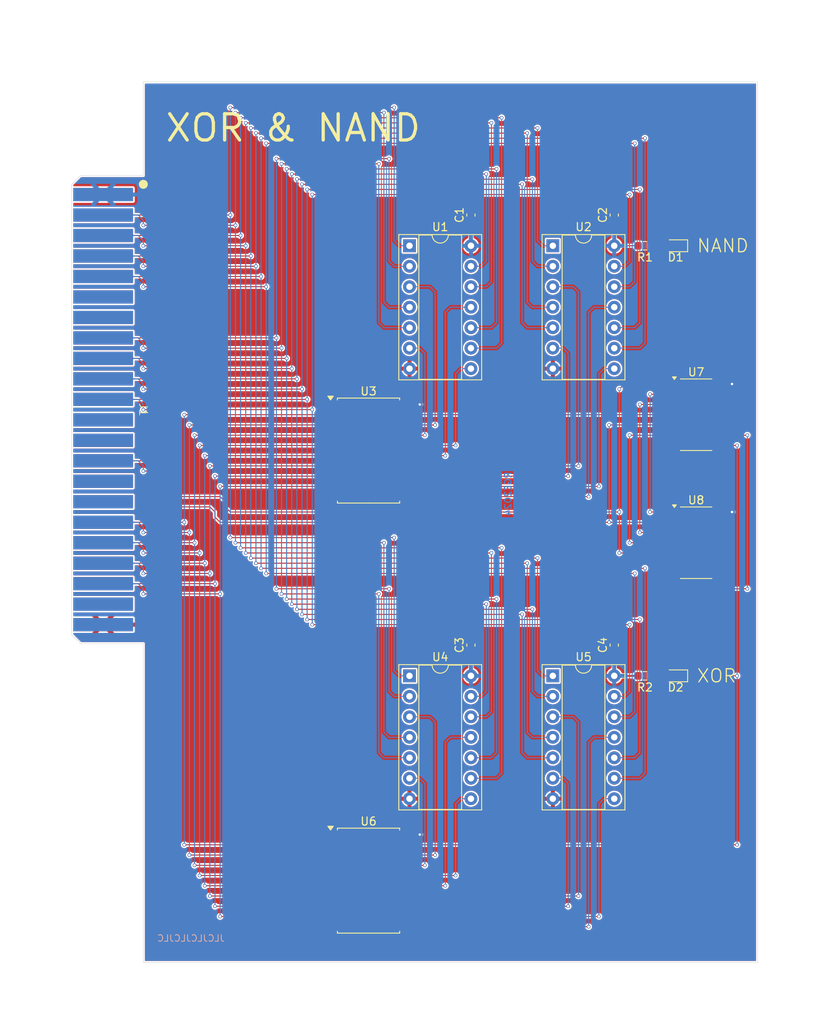
<source format=kicad_pcb>
(kicad_pcb (version 20240108) (generator "pcbnew") (generator_version "8.0")
  (layers (0 "F.Cu" signal) (31 "B.Cu" signal) (34 "B.Paste" user) (35 "F.Paste" user) (36 "B.SilkS" user "B.Silkscreen") (37 "F.SilkS" user "F.Silkscreen") (38 "B.Mask" user) (39 "F.Mask" user) (44 "Edge.Cuts" user))
  (net 0 "")
  (net 1 "+5V")
  (net 2 "GND")
  (net 3 "Net-(D1-A)")
  (net 4 "/NAND/~{Enable}")
  (net 5 "/XOR/~{Enable}")
  (net 6 "Net-(D2-A)")
  (net 8 "/NAND/A2")
  (net 9 "/NAND/A4")
  (net 11 "/NAND/A1")
  (net 13 "/NAND/B4")
  (net 14 "/NAND/C4")
  (net 15 "/NAND/C5")
  (net 17 "/~{XOR}")
  (net 18 "/NAND/C7")
  (net 20 "/NAND/B5")
  (net 23 "/NAND/C2")
  (net 24 "/NAND/B7")
  (net 26 "/NAND/A0")
  (net 27 "/NAND/C3")
  (net 28 "/NAND/C1")
  (net 30 "/NAND/C0")
  (net 31 "/~{NAND}")
  (net 32 "/NAND/B6")
  (net 35 "/NAND/A7")
  (net 36 "/NAND/B0")
  (net 37 "/NAND/C6")
  (net 38 "/NAND/B1")
  (net 39 "/NAND/A6")
  (net 40 "/NAND/A5")
  (net 44 "/NAND/B3")
  (net 45 "/NAND/A3")
  (net 47 "/NAND/B2")
  (net 49 "Net-(U3-B0)")
  (net 50 "Net-(U3-B1)")
  (net 51 "Net-(U3-B3)")
  (net 52 "Net-(U3-B2)")
  (net 53 "Net-(U3-B5)")
  (net 54 "Net-(U3-B6)")
  (net 55 "Net-(U3-B4)")
  (net 56 "Net-(U3-B7)")
  (net 57 "Net-(U6-B1)")
  (net 58 "Net-(U6-B0)")
  (net 59 "Net-(U6-B2)")
  (net 60 "Net-(U6-B3)")
  (net 61 "Net-(U6-B4)")
  (net 62 "Net-(U6-B5)")
  (net 63 "Net-(U6-B7)")
  (net 64 "Net-(U6-B6)")
  (net 65 "Net-(U7-Pad2)")
  (net 66 "Net-(U7-Pad9)")
  (net 68 "Net-(U7-Pad3)")
  (net 70 "Net-(U7-Pad6)")
  (footprint "LED_SMD:LED_0603_1608Metric" (layer "F.Cu") (at 104.14 55.88 180)
    (property "Reference" "D1")
    (property "Value" "Blue")
  )
  (footprint "Capacitor_SMD:C_0603_1608Metric" (layer "F.Cu") (at 78.74 52.07 90)
    (property "Reference" "C1")
    (property "Value" "C")
  )
  (footprint "Package_SO:SOIC-14_3.9x8.7mm_P1.27mm" (layer "F.Cu") (at 106.68 92.71)
    (property "Reference" "U8")
    (property "Value" "74HC08")
  )
  (footprint "Package_DIP:DIP-14_W7.62mm_Socket" (layer "F.Cu") (at 71.12 109.22)
    (property "Reference" "U4")
    (property "Value" "74HC86")
  )
  (footprint "Package_SO:SOIC-20W_7.5x12.8mm_P1.27mm" (layer "F.Cu") (at 66.04 134.62)
    (property "Reference" "U6")
    (property "Value" "74HC245")
  )
  (footprint "Package_SO:SOIC-20W_7.5x12.8mm_P1.27mm" (layer "F.Cu") (at 66.04 81.28)
    (property "Reference" "U3")
    (property "Value" "74HC245")
  )
  (footprint "Resistor_SMD:R_0603_1608Metric" (layer "F.Cu") (at 100.33 109.22 180)
    (property "Reference" "R2")
    (property "Value" "4k7")
  )
  (footprint "Capacitor_SMD:C_0603_1608Metric" (layer "F.Cu") (at 96.52 105.41 90)
    (property "Reference" "C4")
    (property "Value" "C")
  )
  (footprint "Package_DIP:DIP-14_W7.62mm_Socket" (layer "F.Cu") (at 88.9 109.22)
    (property "Reference" "U5")
    (property "Value" "74HC86")
  )
  (footprint "Package_DIP:DIP-14_W7.62mm_Socket" (layer "F.Cu") (at 88.9 55.88)
    (property "Reference" "U2")
    (property "Value" "74HC00")
  )
  (footprint "Capacitor_SMD:C_0603_1608Metric" (layer "F.Cu") (at 96.52 52.07 90)
    (property "Reference" "C2")
    (property "Value" "C")
  )
  (footprint "BoardEdgeConnectors:TE-5530843-4-Edge" (layer "F.Cu") (at 33.02 76.2 -90)
    (property "Reference" "J1")
    (property "Value" "~")
    (fp_line (start -27.94 3.81) (end 27.94 3.81) (stroke (width 0.05)) (layer "Edge.Cuts"))
    (fp_line (start -27.94 3.81) (end -29.0322 2.7178) (stroke (width 0.05)) (layer "Edge.Cuts"))
    (fp_line (start 27.94 3.81) (end 29.0322 2.7178) (stroke (width 0.05)) (layer "Edge.Cuts"))
    (fp_line (start -29.0322 2.7178) (end -29.0322 -5.08) (stroke (width 0.05)) (layer "Edge.Cuts"))
    (fp_line (start -29.0322 -5.08) (end -33.02 -5.08) (stroke (width 0.05)) (layer "Edge.Cuts"))
    (fp_line (start 29.0322 -5.08) (end 29.0322 2.7178) (stroke (width 0.05)) (layer "Edge.Cuts"))
    (fp_line (start 31.75 -5.08) (end 29.0322 -5.08) (stroke (width 0.05)) (layer "Edge.Cuts"))
  )
  (footprint "Resistor_SMD:R_0603_1608Metric" (layer "F.Cu") (at 100.33 55.88 180)
    (property "Reference" "R1")
    (property "Value" "4k7")
  )
  (footprint "Capacitor_SMD:C_0603_1608Metric" (layer "F.Cu") (at 78.74 105.41 90)
    (property "Reference" "C3")
    (property "Value" "C")
  )
  (footprint "Package_DIP:DIP-14_W7.62mm_Socket" (layer "F.Cu") (at 71.12 55.88)
    (property "Reference" "U1")
    (property "Value" "74HC00")
  )
  (footprint "LED_SMD:LED_0603_1608Metric" (layer "F.Cu") (at 104.14 109.22 180)
    (property "Reference" "D2")
    (property "Value" "Blue")
  )
  (footprint "Package_SO:SOIC-14_3.9x8.7mm_P1.27mm" (layer "F.Cu") (at 106.68 76.835)
    (property "Reference" "U7")
    (property "Value" "74HC14")
  )
  (gr_line (start 38.1 107.95) (end 38.1 144.78) (stroke (width 0.05)) (layer "Edge.Cuts"))
  (gr_line (start 114.3 35.56) (end 38.1 35.56) (stroke (width 0.05)) (layer "Edge.Cuts"))
  (gr_line (start 38.1 35.56) (end 38.1 43.18) (stroke (width 0.05)) (layer "Edge.Cuts"))
  (gr_line (start 114.3 144.78) (end 114.3 35.56) (stroke (width 0.05)) (layer "Edge.Cuts"))
  (gr_line (start 38.1 144.78) (end 114.3 144.78) (stroke (width 0.05)) (layer "Edge.Cuts"))
  (gr_text "RGE2024" (at 83.82 83.82 90) (layer "B.Cu") (effects (font (size 0.8128 0.8128) (thickness 0.1524) (bold yes)) (justify left bottom mirror)))
  (gr_text "JLCJLCJLCJLC" (at 48.26 142.24 0) (layer "B.SilkS") (effects (font (size 0.8128 0.8128) (thickness 0.1016)) (justify left bottom mirror)))
  (gr_text "NAND" (at 106.68 55.88 0) (layer "F.SilkS") (effects (font (size 1.6256 1.6256) (thickness 0.1524)) (justify left)))
  (gr_text "XOR & NAND" (at 40.64 43.18 0) (layer "F.SilkS") (effects (font (size 3.2512 3.2512) (thickness 0.4064)) (justify left bottom)))
  (gr_text "XOR" (at 106.68 109.22 0) (layer "F.SilkS") (effects (font (size 1.6256 1.6256) (thickness 0.1524)) (justify left)))
  (segment (start 70.69 128.905) (end 72.39 128.905) (width 0.254) (layer "F.Cu") (net 1))
  (segment (start 96.52 55.88) (end 96.52 52.845) (width 0.254) (layer "F.Cu") (net 1))
  (segment (start 96.52 109.22) (end 96.52 106.185) (width 0.254) (layer "F.Cu") (net 1))
  (segment (start 109.155 88.9) (end 111.125 88.9) (width 0.254) (layer "F.Cu") (net 1))
  (segment (start 78.74 55.88) (end 78.74 52.845) (width 0.254) (layer "F.Cu") (net 1))
  (segment (start 78.74 109.22) (end 78.74 106.185) (width 0.254) (layer "F.Cu") (net 1))
  (segment (start 96.52 55.88) (end 99.505 55.88) (width 0.127) (layer "F.Cu") (net 1))
  (segment (start 109.155 73.025) (end 111.125 73.025) (width 0.254) (layer "F.Cu") (net 1))
  (segment (start 96.52 109.22) (end 99.505 109.22) (width 0.254) (layer "F.Cu") (net 1))
  (segment (start 70.69 75.565) (end 72.39 75.565) (width 0.254) (layer "F.Cu") (net 1))
  (via (at 72.39 75.565) (size 0.45) (drill 0.3) (layers "F.Cu" "B.Cu") (net 1))
  (via (at 72.39 128.905) (size 0.45) (drill 0.3) (layers "F.Cu" "B.Cu") (net 1))
  (via (at 111.125 88.9) (size 0.45) (drill 0.3) (layers "F.Cu" "B.Cu") (net 1))
  (via (at 111.125 73.025) (size 0.45) (drill 0.3) (layers "F.Cu" "B.Cu") (net 1))
  (segment (start 33.1216 49.53) (end 39.37 49.53) (width 0.508) (layer "B.Cu") (net 1))
  (segment (start 33.1216 102.87) (end 39.37 102.87) (width 0.508) (layer "F.Cu") (net 2))
  (segment (start 101.155 55.88) (end 103.3525 55.88) (width 0.127) (layer "F.Cu") (net 3))
  (segment (start 104.205 76.835) (end 106.045 76.835) (width 0.127) (layer "F.Cu") (net 4))
  (segment (start 70.69 76.835) (end 104.205 76.835) (width 0.127) (layer "F.Cu") (net 4))
  (segment (start 106.68 56.515) (end 106.045 55.88) (width 0.127) (layer "F.Cu") (net 4))
  (segment (start 106.68 76.2) (end 106.68 56.515) (width 0.127) (layer "F.Cu") (net 4))
  (segment (start 106.045 55.88) (end 104.9275 55.88) (width 0.127) (layer "F.Cu") (net 4))
  (segment (start 106.045 76.835) (end 106.68 76.2) (width 0.127) (layer "F.Cu") (net 4))
  (segment (start 109.155 80.645) (end 111.76 80.645) (width 0.127) (layer "F.Cu") (net 5))
  (segment (start 104.9275 109.22) (end 111.76 109.22) (width 0.127) (layer "F.Cu") (net 5))
  (segment (start 70.69 130.175) (end 111.76 130.175) (width 0.127) (layer "F.Cu") (net 5))
  (via (at 111.76 80.645) (size 0.45) (drill 0.3) (layers "F.Cu" "B.Cu") (net 5))
  (via (at 111.76 130.175) (size 0.45) (drill 0.3) (layers "F.Cu" "B.Cu") (net 5))
  (via (at 111.76 109.22) (size 0.45) (drill 0.3) (layers "F.Cu" "B.Cu") (net 5))
  (segment (start 111.76 80.645) (end 111.76 109.22) (width 0.127) (layer "B.Cu") (net 5))
  (segment (start 111.76 109.22) (end 111.76 130.175) (width 0.127) (layer "B.Cu") (net 5))
  (segment (start 101.155 109.22) (end 103.3525 109.22) (width 0.127) (layer "F.Cu") (net 6))
  (segment (start 57.15 93.345) (end 82.55 93.345) (width 0.127) (layer "F.Cu") (net 8))
  (segment (start 82.55 40.005) (end 50.165 40.005) (width 0.127) (layer "F.Cu") (net 8))
  (segment (start 57.15 93.345) (end 50.165 93.345) (width 0.127) (layer "F.Cu") (net 8))
  (segment (start 33.1216 54.61) (end 50.165 54.61) (width 0.127) (layer "F.Cu") (net 8))
  (via (at 50.165 40.005) (size 0.45) (drill 0.3) (layers "F.Cu" "B.Cu") (net 8))
  (via (at 50.165 54.61) (size 0.45) (drill 0.3) (layers "F.Cu" "B.Cu") (net 8))
  (via (at 82.55 40.005) (size 0.45) (drill 0.3) (layers "F.Cu" "B.Cu") (net 8))
  (via (at 82.55 93.345) (size 0.45) (drill 0.3) (layers "F.Cu" "B.Cu") (net 8))
  (via (at 50.165 93.345) (size 0.45) (drill 0.3) (layers "F.Cu" "B.Cu") (net 8))
  (segment (start 50.165 54.61) (end 50.165 40.005) (width 0.127) (layer "B.Cu") (net 8))
  (segment (start 78.74 68.58) (end 81.915 68.58) (width 0.127) (layer "B.Cu") (net 8))
  (segment (start 82.55 67.945) (end 82.55 40.005) (width 0.127) (layer "B.Cu") (net 8))
  (segment (start 82.55 121.285) (end 82.55 93.345) (width 0.127) (layer "B.Cu") (net 8))
  (segment (start 81.915 121.92) (end 82.55 121.285) (width 0.127) (layer "B.Cu") (net 8))
  (segment (start 78.74 121.92) (end 81.915 121.92) (width 0.127) (layer "B.Cu") (net 8))
  (segment (start 81.915 68.58) (end 82.55 67.945) (width 0.127) (layer "B.Cu") (net 8))
  (segment (start 50.165 93.345) (end 50.165 54.61) (width 0.127) (layer "B.Cu") (net 8))
  (segment (start 33.1216 57.15) (end 51.435 57.15) (width 0.127) (layer "F.Cu") (net 9))
  (segment (start 57.15 94.615) (end 51.435 94.615) (width 0.127) (layer "F.Cu") (net 9))
  (segment (start 57.15 94.615) (end 86.995 94.615) (width 0.127) (layer "F.Cu") (net 9))
  (segment (start 86.995 41.275) (end 51.435 41.275) (width 0.127) (layer "F.Cu") (net 9))
  (via (at 51.435 57.15) (size 0.45) (drill 0.3) (layers "F.Cu" "B.Cu") (net 9))
  (via (at 86.995 94.615) (size 0.45) (drill 0.3) (layers "F.Cu" "B.Cu") (net 9))
  (via (at 86.995 41.275) (size 0.45) (drill 0.3) (layers "F.Cu" "B.Cu") (net 9))
  (via (at 51.435 94.615) (size 0.45) (drill 0.3) (layers "F.Cu" "B.Cu") (net 9))
  (via (at 51.435 41.275) (size 0.45) (drill 0.3) (layers "F.Cu" "B.Cu") (net 9))
  (segment (start 86.995 108.585) (end 86.995 94.615) (width 0.127) (layer "B.Cu") (net 9))
  (segment (start 88.9 109.22) (end 87.63 109.22) (width 0.127) (layer "B.Cu") (net 9))
  (segment (start 51.435 57.15) (end 51.435 41.275) (width 0.127) (layer "B.Cu") (net 9))
  (segment (start 87.63 109.22) (end 86.995 108.585) (width 0.127) (layer "B.Cu") (net 9))
  (segment (start 51.435 94.615) (end 51.435 57.15) (width 0.127) (layer "B.Cu") (net 9))
  (segment (start 86.995 55.245) (end 87.63 55.88) (width 0.127) (layer "B.Cu") (net 9))
  (segment (start 87.63 55.88) (end 88.9 55.88) (width 0.127) (layer "B.Cu") (net 9))
  (segment (start 86.995 41.275) (end 86.995 55.245) (width 0.127) (layer "B.Cu") (net 9))
  (segment (start 49.53 53.34) (end 38.1 53.34) (width 0.127) (layer "F.Cu") (net 11))
  (segment (start 67.945 39.37) (end 49.53 39.37) (width 0.127) (layer "F.Cu") (net 11))
  (segment (start 57.15 92.71) (end 67.945 92.71) (width 0.127) (layer "F.Cu") (net 11))
  (segment (start 57.15 92.71) (end 49.53 92.71) (width 0.127) (layer "F.Cu") (net 11))
  (via (at 49.53 53.34) (size 0.45) (drill 0.3) (layers "F.Cu" "B.Cu") (net 11))
  (via (at 67.945 92.71) (size 0.45) (drill 0.3) (layers "F.Cu" "B.Cu") (net 11))
  (via (at 38.1 53.34) (size 0.45) (drill 0.3) (layers "F.Cu" "B.Cu") (net 11))
  (via (at 49.53 39.37) (size 0.45) (drill 0.3) (layers "F.Cu" "B.Cu") (net 11))
  (via (at 49.53 92.71) (size 0.45) (drill 0.3) (layers "F.Cu" "B.Cu") (net 11))
  (via (at 67.945 39.37) (size 0.45) (drill 0.3) (layers "F.Cu" "B.Cu") (net 11))
  (segment (start 67.945 116.205) (end 67.945 92.71) (width 0.127) (layer "B.Cu") (net 11))
  (segment (start 49.53 53.34) (end 49.53 39.37) (width 0.127) (layer "B.Cu") (net 11))
  (segment (start 33.1216 52.07) (end 37.465 52.07) (width 0.127) (layer "B.Cu") (net 11))
  (segment (start 71.12 63.5) (end 68.58 63.5) (width 0.127) (layer "B.Cu") (net 11))
  (segment (start 38.1 52.705) (end 38.1 53.34) (width 0.127) (layer "B.Cu") (net 11))
  (segment (start 67.945 62.865) (end 67.945 39.37) (width 0.127) (layer "B.Cu") (net 11))
  (segment (start 71.12 116.84) (end 68.58 116.84) (width 0.127) (layer "B.Cu") (net 11))
  (segment (start 37.465 52.07) (end 38.1 52.705) (width 0.127) (layer "B.Cu") (net 11))
  (segment (start 68.58 116.84) (end 67.945 116.205) (width 0.127) (layer "B.Cu") (net 11))
  (segment (start 49.53 92.71) (end 49.53 53.34) (width 0.127) (layer "B.Cu") (net 11))
  (segment (start 68.58 63.5) (end 67.945 62.865) (width 0.127) (layer "B.Cu") (net 11))
  (segment (start 69.85 47.625) (end 86.36 47.625) (width 0.127) (layer "F.Cu") (net 13))
  (segment (start 57.15 100.965) (end 86.36 100.965) (width 0.127) (layer "F.Cu") (net 13))
  (segment (start 69.85 47.625) (end 57.15 47.625) (width 0.127) (layer "F.Cu") (net 13))
  (segment (start 33.1216 72.39) (end 57.15 72.39) (width 0.127) (layer "F.Cu") (net 13))
  (via (at 86.36 47.625) (size 0.45) (drill 0.3) (layers "F.Cu" "B.Cu") (net 13))
  (via (at 57.15 72.39) (size 0.45) (drill 0.3) (layers "F.Cu" "B.Cu") (net 13))
  (via (at 57.15 100.965) (size 0.45) (drill 0.3) (layers "F.Cu" "B.Cu") (net 13))
  (via (at 86.36 100.965) (size 0.45) (drill 0.3) (layers "F.Cu" "B.Cu") (net 13))
  (via (at 57.15 47.625) (size 0.45) (drill 0.3) (layers "F.Cu" "B.Cu") (net 13))
  (segment (start 57.15 47.625) (end 57.15 72.39) (width 0.127) (layer "B.Cu") (net 13))
  (segment (start 86.36 57.785) (end 86.995 58.42) (width 0.127) (layer "B.Cu") (net 13))
  (segment (start 86.36 111.125) (end 86.36 100.965) (width 0.127) (layer "B.Cu") (net 13))
  (segment (start 57.15 72.39) (end 57.15 100.965) (width 0.127) (layer "B.Cu") (net 13))
  (segment (start 86.995 111.76) (end 86.36 111.125) (width 0.127) (layer "B.Cu") (net 13))
  (segment (start 86.995 58.42) (end 88.9 58.42) (width 0.127) (layer "B.Cu") (net 13))
  (segment (start 86.36 47.625) (end 86.36 57.785) (width 0.127) (layer "B.Cu") (net 13))
  (segment (start 88.9 111.76) (end 86.995 111.76) (width 0.127) (layer "B.Cu") (net 13))
  (segment (start 50.8 81.915) (end 45.72 81.915) (width 0.127) (layer "F.Cu") (net 14))
  (segment (start 61.39 135.255) (end 45.72 135.255) (width 0.127) (layer "F.Cu") (net 14))
  (segment (start 33.1216 95.25) (end 45.72 95.25) (width 0.127) (layer "F.Cu") (net 14))
  (segment (start 61.39 81.915) (end 50.8 81.915) (width 0.127) (layer "F.Cu") (net 14))
  (via (at 45.72 81.915) (size 0.45) (drill 0.3) (layers "F.Cu" "B.Cu") (net 14))
  (via (at 45.72 95.25) (size 0.45) (drill 0.3) (layers "F.Cu" "B.Cu") (net 14))
  (via (at 45.72 135.255) (size 0.45) (drill 0.3) (layers "F.Cu" "B.Cu") (net 14))
  (segment (start 45.72 95.25) (end 45.72 81.915) (width 0.127) (layer "B.Cu") (net 14))
  (segment (start 45.72 135.255) (end 45.72 95.25) (width 0.127) (layer "B.Cu") (net 14))
  (segment (start 61.39 136.525) (end 46.355 136.525) (width 0.127) (layer "F.Cu") (net 15))
  (segment (start 50.8 83.185) (end 46.355 83.185) (width 0.127) (layer "F.Cu") (net 15))
  (segment (start 46.355 96.52) (end 38.1 96.52) (width 0.127) (layer "F.Cu") (net 15))
  (segment (start 61.39 83.185) (end 50.8 83.185) (width 0.127) (layer "F.Cu") (net 15))
  (via (at 46.355 136.525) (size 0.45) (drill 0.3) (layers "F.Cu" "B.Cu") (net 15))
  (via (at 46.355 83.185) (size 0.45) (drill 0.3) (layers "F.Cu" "B.Cu") (net 15))
  (via (at 46.355 96.52) (size 0.45) (drill 0.3) (layers "F.Cu" "B.Cu") (net 15))
  (via (at 38.1 96.52) (size 0.45) (drill 0.3) (layers "F.Cu" "B.Cu") (net 15))
  (segment (start 46.355 96.52) (end 46.355 136.525) (width 0.127) (layer "B.Cu") (net 15))
  (segment (start 46.355 83.185) (end 46.355 96.52) (width 0.127) (layer "B.Cu") (net 15))
  (segment (start 33.1216 95.25) (end 37.465 95.25) (width 0.127) (layer "B.Cu") (net 15))
  (segment (start 37.465 95.25) (end 38.1 95.885) (width 0.127) (layer "B.Cu") (net 15))
  (segment (start 38.1 95.885) (end 38.1 96.52) (width 0.127) (layer "B.Cu") (net 15))
  (segment (start 40.64 84.455) (end 40.005 83.82) (width 0.127) (layer "F.Cu") (net 17))
  (segment (start 100.33 90.17) (end 95.885 90.17) (width 0.127) (layer "F.Cu") (net 17))
  (segment (start 40.64 85.09) (end 40.64 84.455) (width 0.127) (layer "F.Cu") (net 17))
  (segment (start 47.625 90.17) (end 46.99 89.535) (width 0.127) (layer "F.Cu") (net 17))
  (segment (start 104.205 78.105) (end 95.885 78.105) (width 0.127) (layer "F.Cu") (net 17))
  (segment (start 46.99 88.9) (end 46.355 88.265) (width 0.127) (layer "F.Cu") (net 17))
  (segment (start 76.2 90.17) (end 53.975 90.17) (width 0.127) (layer "F.Cu") (net 17))
  (segment (start 95.885 90.17) (end 76.2 90.17) (width 0.127) (layer "F.Cu") (net 17))
  (segment (start 46.355 88.265) (end 41.275 88.265) (width 0.127) (layer "F.Cu") (net 17))
  (segment (start 41.275 88.265) (end 40.64 87.63) (width 0.127) (layer "F.Cu") (net 17))
  (segment (start 53.975 90.17) (end 47.625 90.17) (width 0.127) (layer "F.Cu") (net 17))
  (segment (start 46.99 89.535) (end 46.99 88.9) (width 0.127) (layer "F.Cu") (net 17))
  (segment (start 40.005 83.82) (end 38.1 83.82) (width 0.127) (layer "F.Cu") (net 17))
  (segment (start 104.205 90.17) (end 100.33 90.17) (width 0.127) (layer "F.Cu") (net 17))
  (segment (start 40.64 87.63) (end 40.64 85.09) (width 0.127) (layer "F.Cu") (net 17))
  (via (at 38.1 83.82) (size 0.45) (drill 0.3) (layers "F.Cu" "B.Cu") (net 17))
  (via (at 95.885 90.17) (size 0.45) (drill 0.3) (layers "F.Cu" "B.Cu") (net 17))
  (via (at 95.885 78.105) (size 0.45) (drill 0.3) (layers "F.Cu" "B.Cu") (net 17))
  (segment (start 38.1 83.185) (end 38.1 83.82) (width 0.127) (layer "B.Cu") (net 17))
  (segment (start 95.885 90.17) (end 95.885 78.105) (width 0.127) (layer "B.Cu") (net 17))
  (segment (start 33.1216 82.55) (end 37.465 82.55) (width 0.127) (layer "B.Cu") (net 17))
  (segment (start 37.465 82.55) (end 38.1 83.185) (width 0.127) (layer "B.Cu") (net 17))
  (segment (start 47.625 99.06) (end 38.1 99.06) (width 0.127) (layer "F.Cu") (net 18))
  (segment (start 61.39 139.065) (end 47.625 139.065) (width 0.127) (layer "F.Cu") (net 18))
  (segment (start 50.8 85.725) (end 47.625 85.725) (width 0.127) (layer "F.Cu") (net 18))
  (segment (start 61.39 85.725) (end 50.8 85.725) (width 0.127) (layer "F.Cu") (net 18))
  (via (at 47.625 139.065) (size 0.45) (drill 0.3) (layers "F.Cu" "B.Cu") (net 18))
  (via (at 38.1 99.06) (size 0.45) (drill 0.3) (layers "F.Cu" "B.Cu") (net 18))
  (via (at 47.625 85.725) (size 0.45) (drill 0.3) (layers "F.Cu" "B.Cu") (net 18))
  (via (at 47.625 99.06) (size 0.45) (drill 0.3) (layers "F.Cu" "B.Cu") (net 18))
  (segment (start 33.1216 97.79) (end 37.465 97.79) (width 0.127) (layer "B.Cu") (net 18))
  (segment (start 47.625 85.725) (end 47.625 99.06) (width 0.127) (layer "B.Cu") (net 18))
  (segment (start 47.625 99.06) (end 47.625 139.065) (width 0.127) (layer "B.Cu") (net 18))
  (segment (start 37.465 97.79) (end 38.1 98.425) (width 0.127) (layer "B.Cu") (net 18))
  (segment (start 38.1 98.425) (end 38.1 99.06) (width 0.127) (layer "B.Cu") (net 18))
  (segment (start 57.785 101.6) (end 85.09 101.6) (width 0.127) (layer "F.Cu") (net 20))
  (segment (start 57.785 73.66) (end 38.1 73.66) (width 0.127) (layer "F.Cu") (net 20))
  (segment (start 69.85 48.26) (end 85.09 48.26) (width 0.127) (layer "F.Cu") (net 20))
  (segment (start 69.85 48.26) (end 57.785 48.26) (width 0.127) (layer "F.Cu") (net 20))
  (via (at 38.1 73.66) (size 0.45) (drill 0.3) (layers "F.Cu" "B.Cu") (net 20))
  (via (at 57.785 48.26) (size 0.45) (drill 0.3) (layers "F.Cu" "B.Cu") (net 20))
  (via (at 57.785 101.6) (size 0.45) (drill 0.3) (layers "F.Cu" "B.Cu") (net 20))
  (via (at 57.785 73.66) (size 0.45) (drill 0.3) (layers "F.Cu" "B.Cu") (net 20))
  (via (at 85.09 101.6) (size 0.45) (drill 0.3) (layers "F.Cu" "B.Cu") (net 20))
  (via (at 85.09 48.26) (size 0.45) (drill 0.3) (layers "F.Cu" "B.Cu") (net 20))
  (segment (start 57.785 101.6) (end 57.785 73.66) (width 0.127) (layer "B.Cu") (net 20))
  (segment (start 85.09 48.26) (end 85.09 65.405) (width 0.127) (layer "B.Cu") (net 20))
  (segment (start 88.9 119.38) (end 85.725 119.38) (width 0.127) (layer "B.Cu") (net 20))
  (segment (start 57.785 73.66) (end 57.785 48.26) (width 0.127) (layer "B.Cu") (net 20))
  (segment (start 85.09 65.405) (end 85.725 66.04) (width 0.127) (layer "B.Cu") (net 20))
  (segment (start 33.1216 72.39) (end 37.465 72.39) (width 0.127) (layer "B.Cu") (net 20))
  (segment (start 85.09 118.745) (end 85.09 101.6) (width 0.127) (layer "B.Cu") (net 20))
  (segment (start 85.725 119.38) (end 85.09 118.745) (width 0.127) (layer "B.Cu") (net 20))
  (segment (start 85.725 66.04) (end 88.9 66.04) (width 0.127) (layer "B.Cu") (net 20))
  (segment (start 37.465 72.39) (end 38.1 73.025) (width 0.127) (layer "B.Cu") (net 20))
  (segment (start 38.1 73.025) (end 38.1 73.66) (width 0.127) (layer "B.Cu") (net 20))
  (segment (start 61.39 132.715) (end 44.45 132.715) (width 0.127) (layer "F.Cu") (net 23))
  (segment (start 50.8 79.375) (end 44.45 79.375) (width 0.127) (layer "F.Cu") (net 23))
  (segment (start 33.1216 92.71) (end 44.45 92.71) (width 0.127) (layer "F.Cu") (net 23))
  (segment (start 61.39 79.375) (end 50.8 79.375) (width 0.127) (layer "F.Cu") (net 23))
  (via (at 44.45 79.375) (size 0.45) (drill 0.3) (layers "F.Cu" "B.Cu") (net 23))
  (via (at 44.45 132.715) (size 0.45) (drill 0.3) (layers "F.Cu" "B.Cu") (net 23))
  (via (at 44.45 92.71) (size 0.45) (drill 0.3) (layers "F.Cu" "B.Cu") (net 23))
  (segment (start 44.45 132.715) (end 44.45 92.71) (width 0.127) (layer "B.Cu") (net 23))
  (segment (start 44.45 92.71) (end 44.45 79.375) (width 0.127) (layer "B.Cu") (net 23))
  (segment (start 59.055 76.2) (end 38.1 76.2) (width 0.127) (layer "F.Cu") (net 24))
  (segment (start 59.055 49.53) (end 98.425 49.53) (width 0.127) (layer "F.Cu") (net 24))
  (segment (start 59.055 102.87) (end 98.425 102.87) (width 0.127) (layer "F.Cu") (net 24))
  (via (at 59.055 102.87) (size 0.45) (drill 0.3) (layers "F.Cu" "B.Cu") (net 24))
  (via (at 98.425 102.87) (size 0.45) (drill 0.3) (layers "F.Cu" "B.Cu") (net 24))
  (via (at 59.055 76.2) (size 0.45) (drill 0.3) (layers "F.Cu" "B.Cu") (net 24))
  (via (at 98.425 49.53) (size 0.45) (drill 0.3) (layers "F.Cu" "B.Cu") (net 24))
  (via (at 59.055 49.53) (size 0.45) (drill 0.3) (layers "F.Cu" "B.Cu") (net 24))
  (via (at 38.1 76.2) (size 0.45) (drill 0.3) (layers "F.Cu" "B.Cu") (net 24))
  (segment (start 96.52 58.42) (end 97.79 58.42) (width 0.127) (layer "B.Cu") (net 24))
  (segment (start 37.465 74.93) (end 38.1 75.565) (width 0.127) (layer "B.Cu") (net 24))
  (segment (start 33.1216 74.93) (end 37.465 74.93) (width 0.127) (layer "B.Cu") (net 24))
  (segment (start 98.425 111.125) (end 98.425 102.87) (width 0.127) (layer "B.Cu") (net 24))
  (segment (start 38.1 75.565) (end 38.1 76.2) (width 0.127) (layer "B.Cu") (net 24))
  (segment (start 59.055 76.2) (end 59.055 49.53) (width 0.127) (layer "B.Cu") (net 24))
  (segment (start 59.055 102.87) (end 59.055 76.2) (width 0.127) (layer "B.Cu") (net 24))
  (segment (start 97.79 58.42) (end 98.425 57.785) (width 0.127) (layer "B.Cu") (net 24))
  (segment (start 98.425 57.785) (end 98.425 49.53) (width 0.127) (layer "B.Cu") (net 24))
  (segment (start 97.79 111.76) (end 98.425 111.125) (width 0.127) (layer "B.Cu") (net 24))
  (segment (start 96.52 111.76) (end 97.79 111.76) (width 0.127) (layer "B.Cu") (net 24))
  (segment (start 33.1216 52.07) (end 48.895 52.07) (width 0.127) (layer "F.Cu") (net 26))
  (segment (start 57.15 92.075) (end 48.895 92.075) (width 0.127) (layer "F.Cu") (net 26))
  (segment (start 57.15 92.075) (end 69.215 92.075) (width 0.127) (layer "F.Cu") (net 26))
  (segment (start 48.895 38.735) (end 69.215 38.735) (width 0.127) (layer "F.Cu") (net 26))
  (via (at 48.895 52.07) (size 0.45) (drill 0.3) (layers "F.Cu" "B.Cu") (net 26))
  (via (at 69.215 92.075) (size 0.45) (drill 0.3) (layers "F.Cu" "B.Cu") (net 26))
  (via (at 48.895 38.735) (size 0.45) (drill 0.3) (layers "F.Cu" "B.Cu") (net 26))
  (via (at 48.895 92.075) (size 0.45) (drill 0.3) (layers "F.Cu" "B.Cu") (net 26))
  (via (at 69.215 38.735) (size 0.45) (drill 0.3) (layers "F.Cu" "B.Cu") (net 26))
  (segment (start 71.12 55.88) (end 69.85 55.88) (width 0.127) (layer "B.Cu") (net 26))
  (segment (start 69.85 55.88) (end 69.215 55.245) (width 0.127) (layer "B.Cu") (net 26))
  (segment (start 69.215 55.245) (end 69.215 38.735) (width 0.127) (layer "B.Cu") (net 26))
  (segment (start 48.895 52.07) (end 48.895 38.735) (width 0.127) (layer "B.Cu") (net 26))
  (segment (start 69.215 108.585) (end 69.215 92.075) (width 0.127) (layer "B.Cu") (net 26))
  (segment (start 69.85 109.22) (end 69.215 108.585) (width 0.127) (layer "B.Cu") (net 26))
  (segment (start 71.12 109.22) (end 69.85 109.22) (width 0.127) (layer "B.Cu") (net 26))
  (segment (start 48.895 92.075) (end 48.895 52.07) (width 0.127) (layer "B.Cu") (net 26))
  (segment (start 61.39 80.645) (end 50.8 80.645) (width 0.127) (layer "F.Cu") (net 27))
  (segment (start 61.39 133.985) (end 45.085 133.985) (width 0.127) (layer "F.Cu") (net 27))
  (segment (start 50.8 80.645) (end 45.085 80.645) (width 0.127) (layer "F.Cu") (net 27))
  (segment (start 45.085 93.98) (end 38.1 93.98) (width 0.127) (layer "F.Cu") (net 27))
  (via (at 45.085 80.645) (size 0.45) (drill 0.3) (layers "F.Cu" "B.Cu") (net 27))
  (via (at 38.1 93.98) (size 0.45) (drill 0.3) (layers "F.Cu" "B.Cu") (net 27))
  (via (at 45.085 133.985) (size 0.45) (drill 0.3) (layers "F.Cu" "B.Cu") (net 27))
  (via (at 45.085 93.98) (size 0.45) (drill 0.3) (layers "F.Cu" "B.Cu") (net 27))
  (segment (start 33.1216 92.71) (end 37.465 92.71) (width 0.127) (layer "B.Cu") (net 27))
  (segment (start 37.465 92.71) (end 38.1 93.345) (width 0.127) (layer "B.Cu") (net 27))
  (segment (start 38.1 93.345) (end 38.1 93.98) (width 0.127) (layer "B.Cu") (net 27))
  (segment (start 45.085 93.98) (end 45.085 133.985) (width 0.127) (layer "B.Cu") (net 27))
  (segment (start 45.085 80.645) (end 45.085 93.98) (width 0.127) (layer "B.Cu") (net 27))
  (segment (start 50.8 78.105) (end 43.815 78.105) (width 0.127) (layer "F.Cu") (net 28))
  (segment (start 43.815 91.44) (end 38.1 91.44) (width 0.127) (layer "F.Cu") (net 28))
  (segment (start 61.39 78.105) (end 50.8 78.105) (width 0.127) (layer "F.Cu") (net 28))
  (segment (start 61.39 131.445) (end 43.815 131.445) (width 0.127) (layer "F.Cu") (net 28))
  (via (at 43.815 78.105) (size 0.45) (drill 0.3) (layers "F.Cu" "B.Cu") (net 28))
  (via (at 43.815 91.44) (size 0.45) (drill 0.3) (layers "F.Cu" "B.Cu") (net 28))
  (via (at 38.1 91.44) (size 0.45) (drill 0.3) (layers "F.Cu" "B.Cu") (net 28))
  (via (at 43.815 131.445) (size 0.45) (drill 0.3) (layers "F.Cu" "B.Cu") (net 28))
  (segment (start 37.465 90.17) (end 38.1 90.805) (width 0.127) (layer "B.Cu") (net 28))
  (segment (start 43.815 78.105) (end 43.815 91.44) (width 0.127) (layer "B.Cu") (net 28))
  (segment (start 43.815 91.44) (end 43.815 131.445) (width 0.127) (layer "B.Cu") (net 28))
  (segment (start 33.1216 90.17) (end 37.465 90.17) (width 0.127) (layer "B.Cu") (net 28))
  (segment (start 38.1 90.805) (end 38.1 91.44) (width 0.127) (layer "B.Cu") (net 28))
  (segment (start 61.39 130.175) (end 43.18 130.175) (width 0.127) (layer "F.Cu") (net 30))
  (segment (start 61.39 76.835) (end 50.8 76.835) (width 0.127) (layer "F.Cu") (net 30))
  (segment (start 50.8 76.835) (end 43.18 76.835) (width 0.127) (layer "F.Cu") (net 30))
  (segment (start 33.1216 90.17) (end 43.18 90.17) (width 0.127) (layer "F.Cu") (net 30))
  (via (at 43.18 130.175) (size 0.45) (drill 0.3) (layers "F.Cu" "B.Cu") (net 30))
  (via (at 43.18 90.17) (size 0.45) (drill 0.3) (layers "F.Cu" "B.Cu") (net 30))
  (via (at 43.18 76.835) (size 0.45) (drill 0.3) (layers "F.Cu" "B.Cu") (net 30))
  (segment (start 43.18 90.17) (end 43.18 130.175) (width 0.127) (layer "B.Cu") (net 30))
  (segment (start 43.18 76.835) (end 43.18 90.17) (width 0.127) (layer "B.Cu") (net 30))
  (segment (start 41.91 86.36) (end 41.91 83.185) (width 0.127) (layer "F.Cu") (net 31))
  (segment (start 48.895 88.9) (end 48.26 88.265) (width 0.127) (layer "F.Cu") (net 31))
  (segment (start 97.155 93.98) (end 104.205 93.98) (width 0.127) (layer "F.Cu") (net 31))
  (segment (start 41.91 83.185) (end 41.275 82.55) (width 0.127) (layer "F.Cu") (net 31))
  (segment (start 48.26 87.63) (end 47.625 86.995) (width 0.127) (layer "F.Cu") (net 31))
  (segment (start 41.275 82.55) (end 33.1216 82.55) (width 0.127) (layer "F.Cu") (net 31))
  (segment (start 97.79 73.025) (end 104.205 73.025) (width 0.127) (layer "F.Cu") (net 31))
  (segment (start 47.625 86.995) (end 42.545 86.995) (width 0.127) (layer "F.Cu") (net 31))
  (segment (start 42.545 86.995) (end 41.91 86.36) (width 0.127) (layer "F.Cu") (net 31))
  (segment (start 97.155 73.66) (end 97.79 73.025) (width 0.127) (layer "F.Cu") (net 31))
  (segment (start 97.155 88.9) (end 48.895 88.9) (width 0.127) (layer "F.Cu") (net 31))
  (segment (start 48.26 88.265) (end 48.26 87.63) (width 0.127) (layer "F.Cu") (net 31))
  (via (at 97.155 88.9) (size 0.45) (drill 0.3) (layers "F.Cu" "B.Cu") (net 31))
  (via (at 97.155 93.98) (size 0.45) (drill 0.3) (layers "F.Cu" "B.Cu") (net 31))
  (via (at 97.155 73.66) (size 0.45) (drill 0.3) (layers "F.Cu" "B.Cu") (net 31))
  (segment (start 97.155 88.9) (end 97.155 73.66) (width 0.127) (layer "B.Cu") (net 31))
  (segment (start 97.155 88.9) (end 97.155 93.98) (width 0.127) (layer "B.Cu") (net 31))
  (segment (start 58.42 102.235) (end 99.695 102.235) (width 0.127) (layer "F.Cu") (net 32))
  (segment (start 58.42 74.93) (end 33.1216 74.93) (width 0.127) (layer "F.Cu") (net 32))
  (segment (start 58.42 48.895) (end 99.695 48.895) (width 0.127) (layer "F.Cu") (net 32))
  (via (at 99.695 48.895) (size 0.45) (drill 0.3) (layers "F.Cu" "B.Cu") (net 32))
  (via (at 99.695 102.235) (size 0.45) (drill 0.3) (layers "F.Cu" "B.Cu") (net 32))
  (via (at 58.42 74.93) (size 0.45) (drill 0.3) (layers "F.Cu" "B.Cu") (net 32))
  (via (at 58.42 48.895) (size 0.45) (drill 0.3) (layers "F.Cu" "B.Cu") (net 32))
  (via (at 58.42 102.235) (size 0.45) (drill 0.3) (layers "F.Cu" "B.Cu") (net 32))
  (segment (start 58.42 74.93) (end 58.42 48.895) (width 0.127) (layer "B.Cu") (net 32))
  (segment (start 99.06 66.04) (end 99.695 65.405) (width 0.127) (layer "B.Cu") (net 32))
  (segment (start 99.695 118.745) (end 99.695 102.235) (width 0.127) (layer "B.Cu") (net 32))
  (segment (start 96.52 66.04) (end 99.06 66.04) (width 0.127) (layer "B.Cu") (net 32))
  (segment (start 99.06 119.38) (end 99.695 118.745) (width 0.127) (layer "B.Cu") (net 32))
  (segment (start 58.42 102.235) (end 58.42 74.93) (width 0.127) (layer "B.Cu") (net 32))
  (segment (start 96.52 119.38) (end 99.06 119.38) (width 0.127) (layer "B.Cu") (net 32))
  (segment (start 99.695 65.405) (end 99.695 48.895) (width 0.127) (layer "B.Cu") (net 32))
  (segment (start 99.06 96.52) (end 57.15 96.52) (width 0.127) (layer "F.Cu") (net 35))
  (segment (start 57.15 96.52) (end 53.34 96.52) (width 0.127) (layer "F.Cu") (net 35))
  (segment (start 99.06 43.18) (end 53.34 43.18) (width 0.127) (layer "F.Cu") (net 35))
  (segment (start 53.34 60.96) (end 38.1 60.96) (width 0.127) (layer "F.Cu") (net 35))
  (via (at 53.34 60.96) (size 0.45) (drill 0.3) (layers "F.Cu" "B.Cu") (net 35))
  (via (at 53.34 43.18) (size 0.45) (drill 0.3) (layers "F.Cu" "B.Cu") (net 35))
  (via (at 53.34 96.52) (size 0.45) (drill 0.3) (layers "F.Cu" "B.Cu") (net 35))
  (via (at 38.1 60.96) (size 0.45) (drill 0.3) (layers "F.Cu" "B.Cu") (net 35))
  (via (at 99.06 43.18) (size 0.45) (drill 0.3) (layers "F.Cu" "B.Cu") (net 35))
  (via (at 99.06 96.52) (size 0.45) (drill 0.3) (layers "F.Cu" "B.Cu") (net 35))
  (segment (start 99.06 60.325) (end 99.06 43.18) (width 0.127) (layer "B.Cu") (net 35))
  (segment (start 96.52 60.96) (end 98.425 60.96) (width 0.127) (layer "B.Cu") (net 35))
  (segment (start 53.34 96.52) (end 53.34 60.96) (width 0.127) (layer "B.Cu") (net 35))
  (segment (start 98.425 114.3) (end 99.06 113.665) (width 0.127) (layer "B.Cu") (net 35))
  (segment (start 37.465 59.69) (end 38.1 60.325) (width 0.127) (layer "B.Cu") (net 35))
  (segment (start 53.34 60.96) (end 53.34 43.18) (width 0.127) (layer "B.Cu") (net 35))
  (segment (start 33.1216 59.69) (end 37.465 59.69) (width 0.127) (layer "B.Cu") (net 35))
  (segment (start 99.06 113.665) (end 99.06 111.125) (width 0.127) (layer "B.Cu") (net 35))
  (segment (start 98.425 60.96) (end 99.06 60.325) (width 0.127) (layer "B.Cu") (net 35))
  (segment (start 38.1 60.325) (end 38.1 60.96) (width 0.127) (layer "B.Cu") (net 35))
  (segment (start 99.06 111.125) (end 99.06 96.52) (width 0.127) (layer "B.Cu") (net 35))
  (segment (start 96.52 114.3) (end 98.425 114.3) (width 0.127) (layer "B.Cu") (net 35))
  (segment (start 57.15 98.425) (end 54.61 98.425) (width 0.127) (layer "F.Cu") (net 36))
  (segment (start 57.15 98.425) (end 68.58 98.425) (width 0.127) (layer "F.Cu") (net 36))
  (segment (start 54.61 45.085) (end 68.58 45.085) (width 0.127) (layer "F.Cu") (net 36))
  (segment (start 33.1216 67.31) (end 54.61 67.31) (width 0.127) (layer "F.Cu") (net 36))
  (via (at 54.61 98.425) (size 0.45) (drill 0.3) (layers "F.Cu" "B.Cu") (net 36))
  (via (at 54.61 67.31) (size 0.45) (drill 0.3) (layers "F.Cu" "B.Cu") (net 36))
  (via (at 68.58 45.085) (size 0.45) (drill 0.3) (layers "F.Cu" "B.Cu") (net 36))
  (via (at 54.61 45.085) (size 0.45) (drill 0.3) (layers "F.Cu" "B.Cu") (net 36))
  (via (at 68.58 98.425) (size 0.45) (drill 0.3) (layers "F.Cu" "B.Cu") (net 36))
  (segment (start 69.215 58.42) (end 68.58 57.785) (width 0.127) (layer "B.Cu") (net 36))
  (segment (start 71.12 111.76) (end 69.215 111.76) (width 0.127) (layer "B.Cu") (net 36))
  (segment (start 69.215 111.76) (end 68.58 111.125) (width 0.127) (layer "B.Cu") (net 36))
  (segment (start 54.61 98.425) (end 54.61 67.31) (width 0.127) (layer "B.Cu") (net 36))
  (segment (start 68.58 57.785) (end 68.58 45.085) (width 0.127) (layer "B.Cu") (net 36))
  (segment (start 71.12 58.42) (end 69.215 58.42) (width 0.127) (layer "B.Cu") (net 36))
  (segment (start 68.58 111.125) (end 68.58 98.425) (width 0.127) (layer "B.Cu") (net 36))
  (segment (start 54.61 67.31) (end 54.61 45.085) (width 0.127) (layer "B.Cu") (net 36))
  (segment (start 50.8 84.455) (end 46.99 84.455) (width 0.127) (layer "F.Cu") (net 37))
  (segment (start 33.1216 97.79) (end 46.99 97.79) (width 0.127) (layer "F.Cu") (net 37))
  (segment (start 61.39 137.795) (end 46.99 137.795) (width 0.127) (layer "F.Cu") (net 37))
  (segment (start 61.39 84.455) (end 50.8 84.455) (width 0.127) (layer "F.Cu") (net 37))
  (via (at 46.99 137.795) (size 0.45) (drill 0.3) (layers "F.Cu" "B.Cu") (net 37))
  (via (at 46.99 84.455) (size 0.45) (drill 0.3) (layers "F.Cu" "B.Cu") (net 37))
  (via (at 46.99 97.79) (size 0.45) (drill 0.3) (layers "F.Cu" "B.Cu") (net 37))
  (segment (start 46.99 97.79) (end 46.99 84.455) (width 0.127) (layer "B.Cu") (net 37))
  (segment (start 46.99 137.795) (end 46.99 97.79) (width 0.127) (layer "B.Cu") (net 37))
  (segment (start 55.245 68.58) (end 38.1 68.58) (width 0.127) (layer "F.Cu") (net 38))
  (segment (start 57.15 99.06) (end 55.245 99.06) (width 0.127) (layer "F.Cu") (net 38))
  (segment (start 55.245 45.72) (end 67.31 45.72) (width 0.127) (layer "F.Cu") (net 38))
  (segment (start 57.15 99.06) (end 67.31 99.06) (width 0.127) (layer "F.Cu") (net 38))
  (via (at 67.31 99.06) (size 0.45) (drill 0.3) (layers "F.Cu" "B.Cu") (net 38))
  (via (at 55.245 68.58) (size 0.45) (drill 0.3) (layers "F.Cu" "B.Cu") (net 38))
  (via (at 38.1 68.58) (size 0.45) (drill 0.3) (layers "F.Cu" "B.Cu") (net 38))
  (via (at 67.31 45.72) (size 0.45) (drill 0.3) (layers "F.Cu" "B.Cu") (net 38))
  (via (at 55.245 45.72) (size 0.45) (drill 0.3) (layers "F.Cu" "B.Cu") (net 38))
  (via (at 55.245 99.06) (size 0.45) (drill 0.3) (layers "F.Cu" "B.Cu") (net 38))
  (segment (start 71.12 66.04) (end 67.945 66.04) (width 0.127) (layer "B.Cu") (net 38))
  (segment (start 37.465 67.31) (end 38.1 67.945) (width 0.127) (layer "B.Cu") (net 38))
  (segment (start 33.1216 67.31) (end 37.465 67.31) (width 0.127) (layer "B.Cu") (net 38))
  (segment (start 67.945 66.04) (end 67.31 65.405) (width 0.127) (layer "B.Cu") (net 38))
  (segment (start 71.12 119.38) (end 67.945 119.38) (width 0.127) (layer "B.Cu") (net 38))
  (segment (start 67.31 65.405) (end 67.31 45.72) (width 0.127) (layer "B.Cu") (net 38))
  (segment (start 67.31 118.745) (end 67.31 99.06) (width 0.127) (layer "B.Cu") (net 38))
  (segment (start 67.945 119.38) (end 67.31 118.745) (width 0.127) (layer "B.Cu") (net 38))
  (segment (start 38.1 67.945) (end 38.1 68.58) (width 0.127) (layer "B.Cu") (net 38))
  (segment (start 55.245 68.58) (end 55.245 45.72) (width 0.127) (layer "B.Cu") (net 38))
  (segment (start 55.245 99.06) (end 55.245 68.58) (width 0.127) (layer "B.Cu") (net 38))
  (segment (start 100.33 95.885) (end 97.155 95.885) (width 0.127) (layer "F.Cu") (net 39))
  (segment (start 33.1216 59.69) (end 52.705 59.69) (width 0.127) (layer "F.Cu") (net 39))
  (segment (start 100.33 42.545) (end 52.705 42.545) (width 0.127) (layer "F.Cu") (net 39))
  (segment (start 57.15 95.885) (end 52.705 95.885) (width 0.127) (layer "F.Cu") (net 39))
  (segment (start 97.155 95.885) (end 57.15 95.885) (width 0.127) (layer "F.Cu") (net 39))
  (via (at 100.33 42.545) (size 0.45) (drill 0.3) (layers "F.Cu" "B.Cu") (net 39))
  (via (at 52.705 95.885) (size 0.45) (drill 0.3) (layers "F.Cu" "B.Cu") (net 39))
  (via (at 52.705 59.69) (size 0.45) (drill 0.3) (layers "F.Cu" "B.Cu") (net 39))
  (via (at 100.33 95.885) (size 0.45) (drill 0.3) (layers "F.Cu" "B.Cu") (net 39))
  (via (at 52.705 42.545) (size 0.45) (drill 0.3) (layers "F.Cu" "B.Cu") (net 39))
  (segment (start 96.52 121.92) (end 99.695 121.92) (width 0.127) (layer "B.Cu") (net 39))
  (segment (start 52.705 95.885) (end 52.705 59.69) (width 0.127) (layer "B.Cu") (net 39))
  (segment (start 52.705 59.69) (end 52.705 42.545) (width 0.127) (layer "B.Cu") (net 39))
  (segment (start 99.695 68.58) (end 100.33 67.945) (width 0.127) (layer "B.Cu") (net 39))
  (segment (start 96.52 68.58) (end 99.695 68.58) (width 0.127) (layer "B.Cu") (net 39))
  (segment (start 100.33 67.945) (end 100.33 42.545) (width 0.127) (layer "B.Cu") (net 39))
  (segment (start 100.33 121.285) (end 100.33 95.885) (width 0.127) (layer "B.Cu") (net 39))
  (segment (start 99.695 121.92) (end 100.33 121.285) (width 0.127) (layer "B.Cu") (net 39))
  (segment (start 57.15 95.25) (end 85.725 95.25) (width 0.127) (layer "F.Cu") (net 40))
  (segment (start 57.15 95.25) (end 52.07 95.25) (width 0.127) (layer "F.Cu") (net 40))
  (segment (start 85.725 41.91) (end 52.07 41.91) (width 0.127) (layer "F.Cu") (net 40))
  (segment (start 52.07 58.42) (end 38.1 58.42) (width 0.127) (layer "F.Cu") (net 40))
  (via (at 38.1 58.42) (size 0.45) (drill 0.3) (layers "F.Cu" "B.Cu") (net 40))
  (via (at 85.725 41.91) (size 0.45) (drill 0.3) (layers "F.Cu" "B.Cu") (net 40))
  (via (at 52.07 95.25) (size 0.45) (drill 0.3) (layers "F.Cu" "B.Cu") (net 40))
  (via (at 85.725 95.25) (size 0.45) (drill 0.3) (layers "F.Cu" "B.Cu") (net 40))
  (via (at 52.07 58.42) (size 0.45) (drill 0.3) (layers "F.Cu" "B.Cu") (net 40))
  (via (at 52.07 41.91) (size 0.45) (drill 0.3) (layers "F.Cu" "B.Cu") (net 40))
  (segment (start 52.07 58.42) (end 52.07 41.91) (width 0.127) (layer "B.Cu") (net 40))
  (segment (start 52.07 95.25) (end 52.07 58.42) (width 0.127) (layer "B.Cu") (net 40))
  (segment (start 37.465 57.15) (end 38.1 57.785) (width 0.127) (layer "B.Cu") (net 40))
  (segment (start 85.725 116.205) (end 85.725 95.25) (width 0.127) (layer "B.Cu") (net 40))
  (segment (start 85.725 62.865) (end 86.36 63.5) (width 0.127) (layer "B.Cu") (net 40))
  (segment (start 86.36 116.84) (end 85.725 116.205) (width 0.127) (layer "B.Cu") (net 40))
  (segment (start 33.1216 57.15) (end 37.465 57.15) (width 0.127) (layer "B.Cu") (net 40))
  (segment (start 86.36 63.5) (end 88.9 63.5) (width 0.127) (layer "B.Cu") (net 40))
  (segment (start 88.9 116.84) (end 86.36 116.84) (width 0.127) (layer "B.Cu") (net 40))
  (segment (start 38.1 57.785) (end 38.1 58.42) (width 0.127) (layer "B.Cu") (net 40))
  (segment (start 85.725 41.91) (end 85.725 62.865) (width 0.127) (layer "B.Cu") (net 40))
  (segment (start 56.515 46.99) (end 80.645 46.99) (width 0.127) (layer "F.Cu") (net 44))
  (segment (start 56.515 71.12) (end 38.1 71.12) (width 0.127) (layer "F.Cu") (net 44))
  (segment (start 57.15 100.33) (end 80.645 100.33) (width 0.127) (layer "F.Cu") (net 44))
  (segment (start 57.15 100.33) (end 56.515 100.33) (width 0.127) (layer "F.Cu") (net 44))
  (via (at 56.515 46.99) (size 0.45) (drill 0.3) (layers "F.Cu" "B.Cu") (net 44))
  (via (at 56.515 100.33) (size 0.45) (drill 0.3) (layers "F.Cu" "B.Cu") (net 44))
  (via (at 80.645 46.99) (size 0.45) (drill 0.3) (layers "F.Cu" "B.Cu") (net 44))
  (via (at 80.645 100.33) (size 0.45) (drill 0.3) (layers "F.Cu" "B.Cu") (net 44))
  (via (at 56.515 71.12) (size 0.45) (drill 0.3) (layers "F.Cu" "B.Cu") (net 44))
  (via (at 38.1 71.12) (size 0.45) (drill 0.3) (layers "F.Cu" "B.Cu") (net 44))
  (segment (start 80.645 103.505) (end 80.645 100.33) (width 0.127) (layer "B.Cu") (net 44))
  (segment (start 80.645 111.125) (end 80.645 103.505) (width 0.127) (layer "B.Cu") (net 44))
  (segment (start 33.1216 69.85) (end 37.465 69.85) (width 0.127) (layer "B.Cu") (net 44))
  (segment (start 37.465 69.85) (end 38.1 70.485) (width 0.127) (layer "B.Cu") (net 44))
  (segment (start 38.1 70.485) (end 38.1 71.12) (width 0.127) (layer "B.Cu") (net 44))
  (segment (start 78.74 111.76) (end 80.01 111.76) (width 0.127) (layer "B.Cu") (net 44))
  (segment (start 56.515 71.12) (end 56.515 46.99) (width 0.127) (layer "B.Cu") (net 44))
  (segment (start 80.645 57.785) (end 80.645 46.99) (width 0.127) (layer "B.Cu") (net 44))
  (segment (start 78.74 58.42) (end 80.01 58.42) (width 0.127) (layer "B.Cu") (net 44))
  (segment (start 56.515 100.33) (end 56.515 71.12) (width 0.127) (layer "B.Cu") (net 44))
  (segment (start 80.01 111.76) (end 80.645 111.125) (width 0.127) (layer "B.Cu") (net 44))
  (segment (start 80.01 58.42) (end 80.645 57.785) (width 0.127) (layer "B.Cu") (net 44))
  (segment (start 50.8 55.88) (end 38.1 55.88) (width 0.127) (layer "F.Cu") (net 45))
  (segment (start 57.15 93.98) (end 81.28 93.98) (width 0.127) (layer "F.Cu") (net 45))
  (segment (start 81.28 40.64) (end 50.8 40.64) (width 0.127) (layer "F.Cu") (net 45))
  (segment (start 57.15 93.98) (end 50.8 93.98) (width 0.127) (layer "F.Cu") (net 45))
  (via (at 50.8 55.88) (size 0.45) (drill 0.3) (layers "F.Cu" "B.Cu") (net 45))
  (via (at 50.8 93.98) (size 0.45) (drill 0.3) (layers "F.Cu" "B.Cu") (net 45))
  (via (at 50.8 40.64) (size 0.45) (drill 0.3) (layers "F.Cu" "B.Cu") (net 45))
  (via (at 38.1 55.88) (size 0.45) (drill 0.3) (layers "F.Cu" "B.Cu") (net 45))
  (via (at 81.28 93.98) (size 0.45) (drill 0.3) (layers "F.Cu" "B.Cu") (net 45))
  (via (at 81.28 40.64) (size 0.45) (drill 0.3) (layers "F.Cu" "B.Cu") (net 45))
  (segment (start 50.8 55.88) (end 50.8 40.64) (width 0.127) (layer "B.Cu") (net 45))
  (segment (start 50.8 93.98) (end 50.8 55.88) (width 0.127) (layer "B.Cu") (net 45))
  (segment (start 37.465 54.61) (end 38.1 55.245) (width 0.127) (layer "B.Cu") (net 45))
  (segment (start 80.645 114.3) (end 81.28 113.665) (width 0.127) (layer "B.Cu") (net 45))
  (segment (start 81.28 60.325) (end 81.28 40.64) (width 0.127) (layer "B.Cu") (net 45))
  (segment (start 81.28 113.665) (end 81.28 93.98) (width 0.127) (layer "B.Cu") (net 45))
  (segment (start 78.74 114.3) (end 80.645 114.3) (width 0.127) (layer "B.Cu") (net 45))
  (segment (start 80.645 60.96) (end 81.28 60.325) (width 0.127) (layer "B.Cu") (net 45))
  (segment (start 33.1216 54.61) (end 37.465 54.61) (width 0.127) (layer "B.Cu") (net 45))
  (segment (start 38.1 55.245) (end 38.1 55.88) (width 0.127) (layer "B.Cu") (net 45))
  (segment (start 78.74 60.96) (end 80.645 60.96) (width 0.127) (layer "B.Cu") (net 45))
  (segment (start 33.1216 69.85) (end 55.88 69.85) (width 0.127) (layer "F.Cu") (net 47))
  (segment (start 57.15 99.695) (end 55.88 99.695) (width 0.127) (layer "F.Cu") (net 47))
  (segment (start 55.88 46.355) (end 81.915 46.355) (width 0.127) (layer "F.Cu") (net 47))
  (segment (start 57.15 99.695) (end 81.915 99.695) (width 0.127) (layer "F.Cu") (net 47))
  (via (at 81.915 46.355) (size 0.45) (drill 0.3) (layers "F.Cu" "B.Cu") (net 47))
  (via (at 55.88 69.85) (size 0.45) (drill 0.3) (layers "F.Cu" "B.Cu") (net 47))
  (via (at 55.88 46.355) (size 0.45) (drill 0.3) (layers "F.Cu" "B.Cu") (net 47))
  (via (at 55.88 99.695) (size 0.45) (drill 0.3) (layers "F.Cu" "B.Cu") (net 47))
  (via (at 81.915 99.695) (size 0.45) (drill 0.3) (layers "F.Cu" "B.Cu") (net 47))
  (segment (start 81.915 65.405) (end 81.915 46.355) (width 0.127) (layer "B.Cu") (net 47))
  (segment (start 81.915 118.745) (end 81.915 99.695) (width 0.127) (layer "B.Cu") (net 47))
  (segment (start 78.74 119.38) (end 81.28 119.38) (width 0.127) (layer "B.Cu") (net 47))
  (segment (start 55.88 69.85) (end 55.88 46.355) (width 0.127) (layer "B.Cu") (net 47))
  (segment (start 55.88 99.695) (end 55.88 69.85) (width 0.127) (layer "B.Cu") (net 47))
  (segment (start 81.28 66.04) (end 81.915 65.405) (width 0.127) (layer "B.Cu") (net 47))
  (segment (start 81.28 119.38) (end 81.915 118.745) (width 0.127) (layer "B.Cu") (net 47))
  (segment (start 78.74 66.04) (end 81.28 66.04) (width 0.127) (layer "B.Cu") (net 47))
  (segment (start 70.69 78.105) (end 74.295 78.105) (width 0.127) (layer "F.Cu") (net 49))
  (via (at 74.295 78.105) (size 0.45) (drill 0.3) (layers "F.Cu" "B.Cu") (net 49))
  (segment (start 71.12 60.96) (end 73.66 60.96) (width 0.127) (layer "B.Cu") (net 49))
  (segment (start 73.66 60.96) (end 74.295 61.595) (width 0.127) (layer "B.Cu") (net 49))
  (segment (start 74.295 61.595) (end 74.295 78.105) (width 0.127) (layer "B.Cu") (net 49))
  (segment (start 70.69 79.375) (end 73.025 79.375) (width 0.127) (layer "F.Cu") (net 50))
  (via (at 73.025 79.375) (size 0.45) (drill 0.3) (layers "F.Cu" "B.Cu") (net 50))
  (segment (start 73.025 69.215) (end 73.025 79.375) (width 0.127) (layer "B.Cu") (net 50))
  (segment (start 72.39 68.58) (end 73.025 69.215) (width 0.127) (layer "B.Cu") (net 50))
  (segment (start 71.12 68.58) (end 72.39 68.58) (width 0.127) (layer "B.Cu") (net 50))
  (segment (start 70.69 81.915) (end 75.565 81.915) (width 0.127) (layer "F.Cu") (net 51))
  (via (at 75.565 81.915) (size 0.45) (drill 0.3) (layers "F.Cu" "B.Cu") (net 51))
  (segment (start 78.74 63.5) (end 76.2 63.5) (width 0.127) (layer "B.Cu") (net 51))
  (segment (start 76.2 63.5) (end 75.565 64.135) (width 0.127) (layer "B.Cu") (net 51))
  (segment (start 75.565 64.135) (end 75.565 81.915) (width 0.127) (layer "B.Cu") (net 51))
  (segment (start 70.69 80.645) (end 76.835 80.645) (width 0.127) (layer "F.Cu") (net 52))
  (via (at 76.835 80.645) (size 0.45) (drill 0.3) (layers "F.Cu" "B.Cu") (net 52))
  (segment (start 78.74 71.12) (end 77.47 71.12) (width 0.127) (layer "B.Cu") (net 52))
  (segment (start 76.835 71.755) (end 76.835 80.645) (width 0.127) (layer "B.Cu") (net 52))
  (segment (start 77.47 71.12) (end 76.835 71.755) (width 0.127) (layer "B.Cu") (net 52))
  (segment (start 70.69 84.455) (end 90.805 84.455) (width 0.127) (layer "F.Cu") (net 53))
  (via (at 90.805 84.455) (size 0.45) (drill 0.3) (layers "F.Cu" "B.Cu") (net 53))
  (segment (start 90.805 69.215) (end 90.805 84.455) (width 0.127) (layer "B.Cu") (net 53))
  (segment (start 88.9 68.58) (end 90.17 68.58) (width 0.127) (layer "B.Cu") (net 53))
  (segment (start 90.17 68.58) (end 90.805 69.215) (width 0.127) (layer "B.Cu") (net 53))
  (segment (start 70.69 85.725) (end 94.615 85.725) (width 0.127) (layer "F.Cu") (net 54))
  (via (at 94.615 85.725) (size 0.45) (drill 0.3) (layers "F.Cu" "B.Cu") (net 54))
  (segment (start 95.25 71.12) (end 94.615 71.755) (width 0.127) (layer "B.Cu") (net 54))
  (segment (start 96.52 71.12) (end 95.25 71.12) (width 0.127) (layer "B.Cu") (net 54))
  (segment (start 94.615 71.755) (end 94.615 85.725) (width 0.127) (layer "B.Cu") (net 54))
  (segment (start 92.075 83.185) (end 70.69 83.185) (width 0.127) (layer "F.Cu") (net 55))
  (via (at 92.075 83.185) (size 0.45) (drill 0.3) (layers "F.Cu" "B.Cu") (net 55))
  (segment (start 88.9 60.96) (end 91.44 60.96) (width 0.127) (layer "B.Cu") (net 55))
  (segment (start 92.075 61.595) (end 92.075 83.185) (width 0.127) (layer "B.Cu") (net 55))
  (segment (start 91.44 60.96) (end 92.075 61.595) (width 0.127) (layer "B.Cu") (net 55))
  (segment (start 70.69 86.995) (end 93.345 86.995) (width 0.127) (layer "F.Cu") (net 56))
  (via (at 93.345 86.995) (size 0.45) (drill 0.3) (layers "F.Cu" "B.Cu") (net 56))
  (segment (start 93.345 64.135) (end 93.345 86.995) (width 0.127) (layer "B.Cu") (net 56))
  (segment (start 96.52 63.5) (end 93.98 63.5) (width 0.127) (layer "B.Cu") (net 56))
  (segment (start 93.98 63.5) (end 93.345 64.135) (width 0.127) (layer "B.Cu") (net 56))
  (segment (start 70.69 132.715) (end 73.025 132.715) (width 0.127) (layer "F.Cu") (net 57))
  (via (at 73.025 132.715) (size 0.45) (drill 0.3) (layers "F.Cu" "B.Cu") (net 57))
  (segment (start 71.12 121.92) (end 72.39 121.92) (width 0.127) (layer "B.Cu") (net 57))
  (segment (start 72.39 121.92) (end 73.025 122.555) (width 0.127) (layer "B.Cu") (net 57))
  (segment (start 73.025 122.555) (end 73.025 132.715) (width 0.127) (layer "B.Cu") (net 57))
  (segment (start 70.69 131.445) (end 74.295 131.445) (width 0.127) (layer "F.Cu") (net 58))
  (via (at 74.295 131.445) (size 0.45) (drill 0.3) (layers "F.Cu" "B.Cu") (net 58))
  (segment (start 73.66 114.3) (end 74.295 114.935) (width 0.127) (layer "B.Cu") (net 58))
  (segment (start 71.12 114.3) (end 73.66 114.3) (width 0.127) (layer "B.Cu") (net 58))
  (segment (start 74.295 114.935) (end 74.295 131.445) (width 0.127) (layer "B.Cu") (net 58))
  (segment (start 70.69 133.985) (end 76.835 133.985) (width 0.127) (layer "F.Cu") (net 59))
  (via (at 76.835 133.985) (size 0.45) (drill 0.3) (layers "F.Cu" "B.Cu") (net 59))
  (segment (start 78.74 124.46) (end 77.47 124.46) (width 0.127) (layer "B.Cu") (net 59))
  (segment (start 76.835 125.095) (end 76.835 133.985) (width 0.127) (layer "B.Cu") (net 59))
  (segment (start 77.47 124.46) (end 76.835 125.095) (width 0.127) (layer "B.Cu") (net 59))
  (segment (start 70.69 135.255) (end 75.565 135.255) (width 0.127) (layer "F.Cu") (net 60))
  (via (at 75.565 135.255) (size 0.45) (drill 0.3) (layers "F.Cu" "B.Cu") (net 60))
  (segment (start 76.2 116.84) (end 75.565 117.475) (width 0.127) (layer "B.Cu") (net 60))
  (segment (start 75.565 117.475) (end 75.565 135.255) (width 0.127) (layer "B.Cu") (net 60))
  (segment (start 78.74 116.84) (end 76.2 116.84) (width 0.127) (layer "B.Cu") (net 60))
  (segment (start 70.69 136.525) (end 92.075 136.525) (width 0.127) (layer "F.Cu") (net 61))
  (via (at 92.075 136.525) (size 0.45) (drill 0.3) (layers "F.Cu" "B.Cu") (net 61))
  (segment (start 92.075 114.935) (end 92.075 136.525) (width 0.127) (layer "B.Cu") (net 61))
  (segment (start 88.9 114.3) (end 91.44 114.3) (width 0.127) (layer "B.Cu") (net 61))
  (segment (start 91.44 114.3) (end 92.075 114.935) (width 0.127) (layer "B.Cu") (net 61))
  (segment (start 70.69 137.795) (end 90.805 137.795) (width 0.127) (layer "F.Cu") (net 62))
  (via (at 90.805 137.795) (size 0.45) (drill 0.3) (layers "F.Cu" "B.Cu") (net 62))
  (segment (start 90.17 121.92) (end 90.805 122.555) (width 0.127) (layer "B.Cu") (net 62))
  (segment (start 88.9 121.92) (end 90.17 121.92) (width 0.127) (layer "B.Cu") (net 62))
  (segment (start 90.805 122.555) (end 90.805 137.795) (width 0.127) (layer "B.Cu") (net 62))
  (segment (start 70.69 140.335) (end 93.345 140.335) (width 0.127) (layer "F.Cu") (net 63))
  (via (at 93.345 140.335) (size 0.45) (drill 0.3) (layers "F.Cu" "B.Cu") (net 63))
  (segment (start 93.345 117.475) (end 93.345 140.335) (width 0.127) (layer "B.Cu") (net 63))
  (segment (start 96.52 116.84) (end 93.98 116.84) (width 0.127) (layer "B.Cu") (net 63))
  (segment (start 93.98 116.84) (end 93.345 117.475) (width 0.127) (layer "B.Cu") (net 63))
  (segment (start 70.69 139.065) (end 94.615 139.065) (width 0.127) (layer "F.Cu") (net 64))
  (via (at 94.615 139.065) (size 0.45) (drill 0.3) (layers "F.Cu" "B.Cu") (net 64))
  (segment (start 94.615 125.095) (end 94.615 139.065) (width 0.127) (layer "B.Cu") (net 64))
  (segment (start 95.25 124.46) (end 94.615 125.095) (width 0.127) (layer "B.Cu") (net 64))
  (segment (start 96.52 124.46) (end 95.25 124.46) (width 0.127) (layer "B.Cu") (net 64))
  (segment (start 104.205 74.295) (end 100.965 74.295) (width 0.127) (layer "F.Cu") (net 65))
  (segment (start 104.205 88.9) (end 100.965 88.9) (width 0.127) (layer "F.Cu") (net 65))
  (via (at 100.965 88.9) (size 0.45) (drill 0.3) (layers "F.Cu" "B.Cu") (net 65))
  (via (at 100.965 74.295) (size 0.45) (drill 0.3) (layers "F.Cu" "B.Cu") (net 65))
  (segment (start 100.965 88.9) (end 100.965 74.295) (width 0.127) (layer "B.Cu") (net 65))
  (segment (start 102.235 98.425) (end 101.6 97.79) (width 0.127) (layer "F.Cu") (net 66))
  (segment (start 102.235 95.25) (end 104.205 95.25) (width 0.127) (layer "F.Cu") (net 66))
  (segment (start 113.03 98.425) (end 102.235 98.425) (width 0.127) (layer "F.Cu") (net 66))
  (segment (start 109.155 79.375) (end 113.03 79.375) (width 0.127) (layer "F.Cu") (net 66))
  (segment (start 101.6 95.885) (end 102.235 95.25) (width 0.127) (layer "F.Cu") (net 66))
  (segment (start 101.6 97.79) (end 101.6 95.885) (width 0.127) (layer "F.Cu") (net 66))
  (via (at 113.03 79.375) (size 0.45) (drill 0.3) (layers "F.Cu" "B.Cu") (net 66))
  (via (at 113.03 98.425) (size 0.45) (drill 0.3) (layers "F.Cu" "B.Cu") (net 66))
  (segment (start 113.03 79.375) (end 113.03 98.425) (width 0.127) (layer "B.Cu") (net 66))
  (segment (start 99.695 75.565) (end 104.205 75.565) (width 0.127) (layer "F.Cu") (net 68))
  (segment (start 104.205 91.44) (end 99.695 91.44) (width 0.127) (layer "F.Cu") (net 68))
  (via (at 99.695 75.565) (size 0.45) (drill 0.3) (layers "F.Cu" "B.Cu") (net 68))
  (via (at 99.695 91.44) (size 0.45) (drill 0.3) (layers "F.Cu" "B.Cu") (net 68))
  (segment (start 99.695 91.44) (end 99.695 75.565) (width 0.127) (layer "B.Cu") (net 68))
  (segment (start 104.205 92.71) (end 98.425 92.71) (width 0.127) (layer "F.Cu") (net 70))
  (segment (start 104.205 79.375) (end 98.425 79.375) (width 0.127) (layer "F.Cu") (net 70))
  (via (at 98.425 79.375) (size 0.45) (drill 0.3) (layers "F.Cu" "B.Cu") (net 70))
  (via (at 98.425 92.71) (size 0.45) (drill 0.3) (layers "F.Cu" "B.Cu") (net 70))
  (segment (start 98.425 79.375) (end 98.425 92.71) (width 0.127) (layer "B.Cu") (net 70))
  (zone (net 2) (net_name "GND") (layer "F.Cu") (connect_pads (clearance 0.1016)) (min_thickness 0.1016) (fill yes (thermal_gap 0.5) (thermal_bridge_width 0.5) (smoothing fillet) (radius 0.127))
    (polygon (pts (xy 25.4 30.48) (xy 116.84 30.48) (xy 116.84 147.32) (xy 25.4 147.32)))
  )
  (zone (net 1) (net_name "+5V") (layer "B.Cu") (priority 1) (connect_pads (clearance 0.1016)) (min_thickness 0.1016) (fill yes (thermal_gap 0.5) (thermal_bridge_width 0.5) (smoothing fillet) (radius 0.127))
    (polygon (pts (xy 20.32 25.4) (xy 121.92 25.4) (xy 121.92 152.4) (xy 20.32 152.4)))
  )
)
</source>
